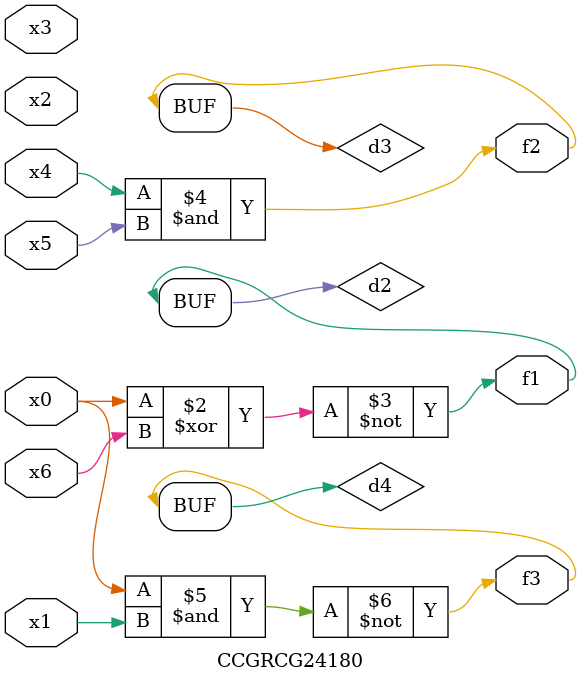
<source format=v>
module CCGRCG24180(
	input x0, x1, x2, x3, x4, x5, x6,
	output f1, f2, f3
);

	wire d1, d2, d3, d4;

	nor (d1, x0);
	xnor (d2, x0, x6);
	and (d3, x4, x5);
	nand (d4, x0, x1);
	assign f1 = d2;
	assign f2 = d3;
	assign f3 = d4;
endmodule

</source>
